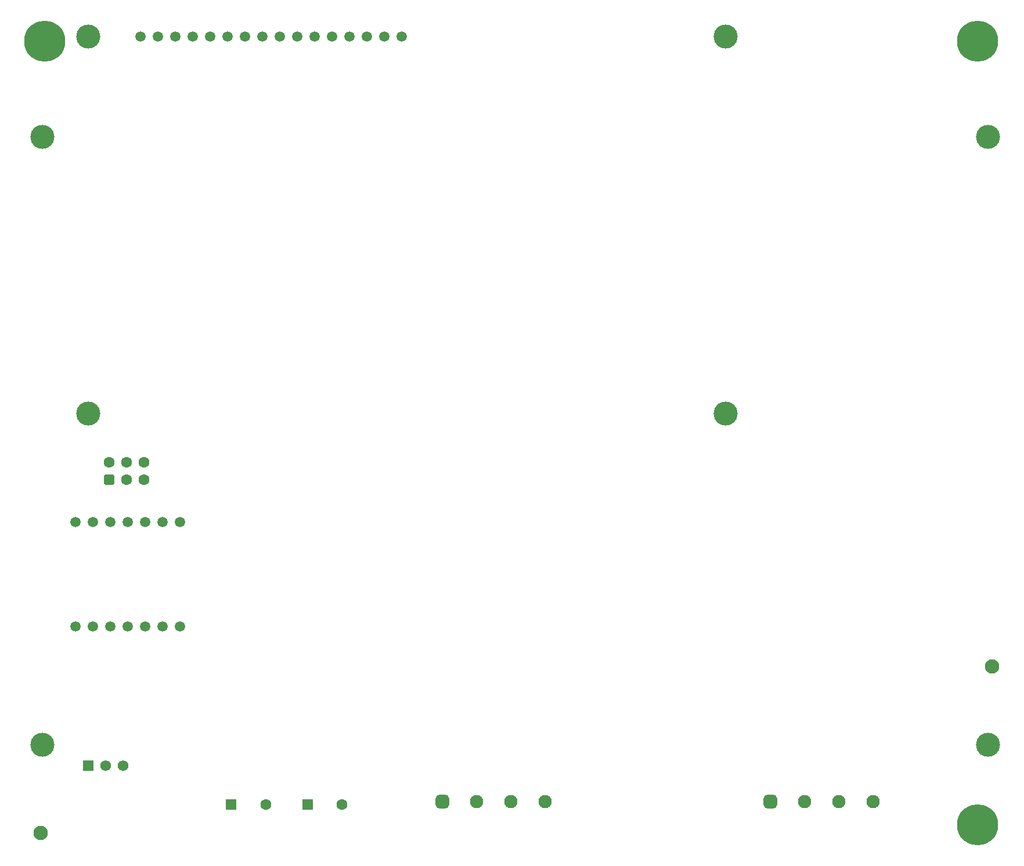
<source format=gbr>
%TF.GenerationSoftware,Altium Limited,Altium Designer,25.1.2 (22)*%
G04 Layer_Color=16711935*
%FSLAX26Y26*%
%MOIN*%
%TF.SameCoordinates,F7076460-2797-427A-AE81-16C54333DA03*%
%TF.FilePolarity,Negative*%
%TF.FileFunction,Soldermask,Bot*%
%TF.Part,Single*%
G01*
G75*
%TA.AperFunction,ComponentPad*%
%ADD49C,0.059843*%
%ADD50C,0.062992*%
G04:AMPARAMS|DCode=51|XSize=62.992mil|YSize=62.992mil|CornerRadius=15.748mil|HoleSize=0mil|Usage=FLASHONLY|Rotation=0.000|XOffset=0mil|YOffset=0mil|HoleType=Round|Shape=RoundedRectangle|*
%AMROUNDEDRECTD51*
21,1,0.062992,0.031496,0,0,0.0*
21,1,0.031496,0.062992,0,0,0.0*
1,1,0.031496,0.015748,-0.015748*
1,1,0.031496,-0.015748,-0.015748*
1,1,0.031496,-0.015748,0.015748*
1,1,0.031496,0.015748,0.015748*
%
%ADD51ROUNDEDRECTD51*%
%ADD52C,0.137795*%
G04:AMPARAMS|DCode=53|XSize=76.772mil|YSize=76.772mil|CornerRadius=19.193mil|HoleSize=0mil|Usage=FLASHONLY|Rotation=0.000|XOffset=0mil|YOffset=0mil|HoleType=Round|Shape=RoundedRectangle|*
%AMROUNDEDRECTD53*
21,1,0.076772,0.038386,0,0,0.0*
21,1,0.038386,0.076772,0,0,0.0*
1,1,0.038386,0.019193,-0.019193*
1,1,0.038386,-0.019193,-0.019193*
1,1,0.038386,-0.019193,0.019193*
1,1,0.038386,0.019193,0.019193*
%
%ADD53ROUNDEDRECTD53*%
%ADD54C,0.076772*%
%ADD55R,0.062992X0.062992*%
%ADD56R,0.061811X0.061811*%
%ADD57C,0.061811*%
%ADD58C,0.082677*%
%TA.AperFunction,FiducialPad,Global*%
%ADD69C,0.236220*%
D49*
X815000Y2130000D02*
D03*
X915000Y2130000D02*
D03*
X615000Y2130000D02*
D03*
X715000D02*
D03*
X815000Y1530000D02*
D03*
X915000D02*
D03*
X615000D02*
D03*
X715000D02*
D03*
X515000Y2130000D02*
D03*
X415000Y2130000D02*
D03*
X315000Y2130000D02*
D03*
Y1530000D02*
D03*
X515000D02*
D03*
X415000D02*
D03*
X890000Y4920000D02*
D03*
X990000D02*
D03*
X690000D02*
D03*
X790000D02*
D03*
X1090000D02*
D03*
X1190000D02*
D03*
X2190000D02*
D03*
X2090000D02*
D03*
X1490000D02*
D03*
X1590000D02*
D03*
X1290000D02*
D03*
X1390000D02*
D03*
X1890000D02*
D03*
X1990000D02*
D03*
X1690000D02*
D03*
X1790000D02*
D03*
D50*
X710000Y2475000D02*
D03*
X610000Y2475000D02*
D03*
X710000Y2375000D02*
D03*
X610000D02*
D03*
X510000Y2475000D02*
D03*
X1846447Y506732D02*
D03*
X1406957Y507605D02*
D03*
D51*
X510000Y2375000D02*
D03*
D52*
X390000Y2755000D02*
D03*
X390000Y4920000D02*
D03*
X4050000D02*
D03*
Y2755000D02*
D03*
X125000Y850000D02*
D03*
X5555000D02*
D03*
Y4345000D02*
D03*
X125000D02*
D03*
D53*
X2422835Y521857D02*
D03*
X4305446D02*
D03*
D54*
X2619685D02*
D03*
X2816536D02*
D03*
X3013386D02*
D03*
X4502296D02*
D03*
X4699146D02*
D03*
X4895997D02*
D03*
D55*
X1649597Y506732D02*
D03*
X1210107Y507605D02*
D03*
D56*
X390000Y731102D02*
D03*
D57*
X490000D02*
D03*
X590000D02*
D03*
D58*
X5580000Y1300000D02*
D03*
X115000Y345000D02*
D03*
D69*
X140000Y4895000D02*
D03*
X5495000D02*
D03*
Y390000D02*
D03*
%TF.MD5,7781eea99b567f6c175ad2e6b9b2b29c*%
M02*

</source>
